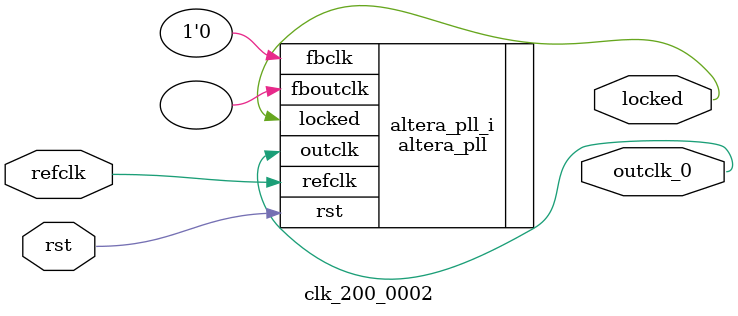
<source format=v>
`timescale 1ns/10ps
module  clk_200_0002(

	// interface 'refclk'
	input wire refclk,

	// interface 'reset'
	input wire rst,

	// interface 'outclk0'
	output wire outclk_0,

	// interface 'locked'
	output wire locked
);

	altera_pll #(
		.fractional_vco_multiplier("false"),
		.reference_clock_frequency("50.0 MHz"),
		.operation_mode("direct"),
		.number_of_clocks(1),
		.output_clock_frequency0("200.000000 MHz"),
		.phase_shift0("0 ps"),
		.duty_cycle0(50),
		.output_clock_frequency1("0 MHz"),
		.phase_shift1("0 ps"),
		.duty_cycle1(50),
		.output_clock_frequency2("0 MHz"),
		.phase_shift2("0 ps"),
		.duty_cycle2(50),
		.output_clock_frequency3("0 MHz"),
		.phase_shift3("0 ps"),
		.duty_cycle3(50),
		.output_clock_frequency4("0 MHz"),
		.phase_shift4("0 ps"),
		.duty_cycle4(50),
		.output_clock_frequency5("0 MHz"),
		.phase_shift5("0 ps"),
		.duty_cycle5(50),
		.output_clock_frequency6("0 MHz"),
		.phase_shift6("0 ps"),
		.duty_cycle6(50),
		.output_clock_frequency7("0 MHz"),
		.phase_shift7("0 ps"),
		.duty_cycle7(50),
		.output_clock_frequency8("0 MHz"),
		.phase_shift8("0 ps"),
		.duty_cycle8(50),
		.output_clock_frequency9("0 MHz"),
		.phase_shift9("0 ps"),
		.duty_cycle9(50),
		.output_clock_frequency10("0 MHz"),
		.phase_shift10("0 ps"),
		.duty_cycle10(50),
		.output_clock_frequency11("0 MHz"),
		.phase_shift11("0 ps"),
		.duty_cycle11(50),
		.output_clock_frequency12("0 MHz"),
		.phase_shift12("0 ps"),
		.duty_cycle12(50),
		.output_clock_frequency13("0 MHz"),
		.phase_shift13("0 ps"),
		.duty_cycle13(50),
		.output_clock_frequency14("0 MHz"),
		.phase_shift14("0 ps"),
		.duty_cycle14(50),
		.output_clock_frequency15("0 MHz"),
		.phase_shift15("0 ps"),
		.duty_cycle15(50),
		.output_clock_frequency16("0 MHz"),
		.phase_shift16("0 ps"),
		.duty_cycle16(50),
		.output_clock_frequency17("0 MHz"),
		.phase_shift17("0 ps"),
		.duty_cycle17(50),
		.pll_type("General"),
		.pll_subtype("General")
	) altera_pll_i (
		.rst	(rst),
		.outclk	({outclk_0}),
		.locked	(locked),
		.fboutclk	( ),
		.fbclk	(1'b0),
		.refclk	(refclk)
	);
endmodule


</source>
